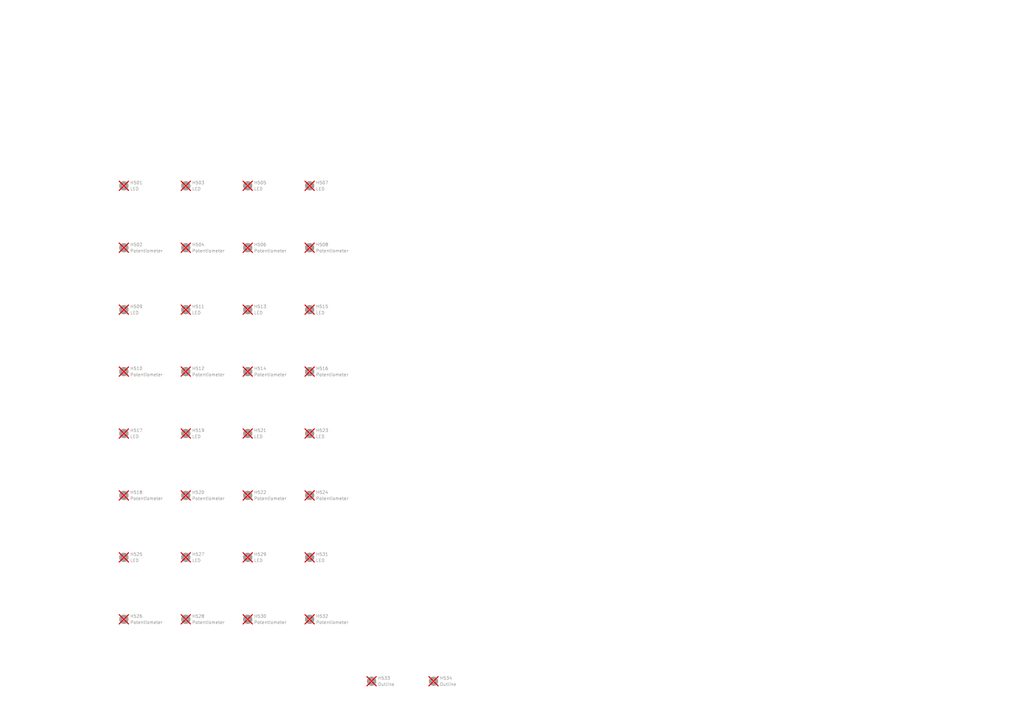
<source format=kicad_sch>
(kicad_sch (version 20231120) (generator "eeschema") (generator_version "8.0")
  (paper "A3")
  (lib_symbols
    (symbol "Mechanical:MountingHole" (pin_names (offset 1.016)) (exclude_from_sim yes) (in_bom no)
      (property "Reference" "H" (at 0 5.08 0))
      (property "Value" "MountingHole" (at 0 3.175 0))
      (symbol "MountingHole_0_1"
        (circle (center 0 0) (radius 1.27) (stroke (width 1.27)))
      )
    )
  )
  (symbol (lib_id "Mechanical:MountingHole") (at 76.2 127 0) (unit 1) (exclude_from_sim yes) (in_bom no) (dnp yes)
    (property "Reference" "H511" (at 78.74 125.7299 0) (effects (justify left)))
    (property "Value" "LED" (at 78.74 128.2699 0) (effects (justify left)))
    (property "Footprint" "suku_basics:FP_LED" (effects (hide yes)))
    (property "Description" "Mounting Hole without connection" (effects (hide yes)))
  )
  (symbol (lib_id "Mechanical:MountingHole") (at 76.2 177.8 0) (unit 1) (exclude_from_sim yes) (in_bom no) (dnp yes)
    (property "Reference" "H519" (at 78.74 176.5299 0) (effects (justify left)))
    (property "Value" "LED" (at 78.74 179.0699 0) (effects (justify left)))
    (property "Footprint" "suku_basics:FP_LED" (effects (hide yes)))
    (property "Description" "Mounting Hole without connection" (effects (hide yes)))
  )
  (symbol (lib_id "Mechanical:MountingHole") (at 50.8 203.2 0) (unit 1) (exclude_from_sim yes) (in_bom no) (dnp yes)
    (property "Reference" "H518" (at 53.34 201.9299 0) (effects (justify left)))
    (property "Value" "Potentiometer" (at 53.34 204.4699 0) (effects (justify left)))
    (property "Footprint" "suku_basics:FP_POTENTIOMETER" (effects (hide yes)))
    (property "Description" "Mounting Hole without connection" (effects (hide yes)))
  )
  (symbol (lib_id "Mechanical:MountingHole") (at 101.6 203.2 0) (unit 1) (exclude_from_sim yes) (in_bom no) (dnp yes)
    (property "Reference" "H522" (at 104.14 201.9299 0) (effects (justify left)))
    (property "Value" "Potentiometer" (at 104.14 204.4699 0) (effects (justify left)))
    (property "Footprint" "suku_basics:FP_POTENTIOMETER" (effects (hide yes)))
    (property "Description" "Mounting Hole without connection" (effects (hide yes)))
  )
  (symbol (lib_id "Mechanical:MountingHole") (at 50.8 228.6 0) (unit 1) (exclude_from_sim yes) (in_bom no) (dnp yes)
    (property "Reference" "H525" (at 53.34 227.3299 0) (effects (justify left)))
    (property "Value" "LED" (at 53.34 229.8699 0) (effects (justify left)))
    (property "Footprint" "suku_basics:FP_LED" (effects (hide yes)))
    (property "Description" "Mounting Hole without connection" (effects (hide yes)))
  )
  (symbol (lib_id "Mechanical:MountingHole") (at 127 203.2 0) (unit 1) (exclude_from_sim yes) (in_bom no) (dnp yes)
    (property "Reference" "H524" (at 129.54 201.9299 0) (effects (justify left)))
    (property "Value" "Potentiometer" (at 129.54 204.4699 0) (effects (justify left)))
    (property "Footprint" "suku_basics:FP_POTENTIOMETER" (effects (hide yes)))
    (property "Description" "Mounting Hole without connection" (effects (hide yes)))
  )
  (symbol (lib_id "Mechanical:MountingHole") (at 50.8 152.4 0) (unit 1) (exclude_from_sim yes) (in_bom no) (dnp yes)
    (property "Reference" "H510" (at 53.34 151.1299 0) (effects (justify left)))
    (property "Value" "Potentiometer" (at 53.34 153.6699 0) (effects (justify left)))
    (property "Footprint" "suku_basics:FP_POTENTIOMETER" (effects (hide yes)))
    (property "Description" "Mounting Hole without connection" (effects (hide yes)))
  )
  (symbol (lib_id "Mechanical:MountingHole") (at 127 101.6 0) (unit 1) (exclude_from_sim yes) (in_bom no) (dnp yes)
    (property "Reference" "H508" (at 129.54 100.3299 0) (effects (justify left)))
    (property "Value" "Potentiometer" (at 129.54 102.8699 0) (effects (justify left)))
    (property "Footprint" "suku_basics:FP_POTENTIOMETER" (effects (hide yes)))
    (property "Description" "Mounting Hole without connection" (effects (hide yes)))
  )
  (symbol (lib_id "Mechanical:MountingHole") (at 127 228.6 0) (unit 1) (exclude_from_sim yes) (in_bom no) (dnp yes)
    (property "Reference" "H531" (at 129.54 227.3299 0) (effects (justify left)))
    (property "Value" "LED" (at 129.54 229.8699 0) (effects (justify left)))
    (property "Footprint" "suku_basics:FP_LED" (effects (hide yes)))
    (property "Description" "Mounting Hole without connection" (effects (hide yes)))
  )
  (symbol (lib_id "Mechanical:MountingHole") (at 101.6 177.8 0) (unit 1) (exclude_from_sim yes) (in_bom no) (dnp yes)
    (property "Reference" "H521" (at 104.14 176.5299 0) (effects (justify left)))
    (property "Value" "LED" (at 104.14 179.0699 0) (effects (justify left)))
    (property "Footprint" "suku_basics:FP_LED" (effects (hide yes)))
    (property "Description" "Mounting Hole without connection" (effects (hide yes)))
  )
  (symbol (lib_id "Mechanical:MountingHole") (at 76.2 228.6 0) (unit 1) (exclude_from_sim yes) (in_bom no) (dnp yes)
    (property "Reference" "H527" (at 78.74 227.3299 0) (effects (justify left)))
    (property "Value" "LED" (at 78.74 229.8699 0) (effects (justify left)))
    (property "Footprint" "suku_basics:FP_LED" (effects (hide yes)))
    (property "Description" "Mounting Hole without connection" (effects (hide yes)))
  )
  (symbol (lib_id "Mechanical:MountingHole") (at 50.8 127 0) (unit 1) (exclude_from_sim yes) (in_bom no) (dnp yes)
    (property "Reference" "H509" (at 53.34 125.7299 0) (effects (justify left)))
    (property "Value" "LED" (at 53.34 128.2699 0) (effects (justify left)))
    (property "Footprint" "suku_basics:FP_LED" (effects (hide yes)))
    (property "Description" "Mounting Hole without connection" (effects (hide yes)))
  )
  (symbol (lib_id "Mechanical:MountingHole") (at 127 127 0) (unit 1) (exclude_from_sim yes) (in_bom no) (dnp yes)
    (property "Reference" "H515" (at 129.54 125.7299 0) (effects (justify left)))
    (property "Value" "LED" (at 129.54 128.2699 0) (effects (justify left)))
    (property "Footprint" "suku_basics:FP_LED" (effects (hide yes)))
    (property "Description" "Mounting Hole without connection" (effects (hide yes)))
  )
  (symbol (lib_id "Mechanical:MountingHole") (at 152.4 279.4 0) (unit 1) (exclude_from_sim yes) (in_bom no) (dnp yes)
    (property "Reference" "H533" (at 154.94 278.1299 0) (effects (justify left)))
    (property "Value" "Outline" (at 154.94 280.6699 0) (effects (justify left)))
    (property "Footprint" "suku_basics:FP_OUTLINE_2" (effects (hide yes)))
    (property "Description" "Mounting Hole without connection" (effects (hide yes)))
  )
  (symbol (lib_id "Mechanical:MountingHole") (at 101.6 127 0) (unit 1) (exclude_from_sim yes) (in_bom no) (dnp yes)
    (property "Reference" "H513" (at 104.14 125.7299 0) (effects (justify left)))
    (property "Value" "LED" (at 104.14 128.2699 0) (effects (justify left)))
    (property "Footprint" "suku_basics:FP_LED" (effects (hide yes)))
    (property "Description" "Mounting Hole without connection" (effects (hide yes)))
  )
  (symbol (lib_id "Mechanical:MountingHole") (at 50.8 101.6 0) (unit 1) (exclude_from_sim yes) (in_bom no) (dnp yes)
    (property "Reference" "H502" (at 53.34 100.3299 0) (effects (justify left)))
    (property "Value" "Potentiometer" (at 53.34 102.8699 0) (effects (justify left)))
    (property "Footprint" "suku_basics:FP_POTENTIOMETER" (effects (hide yes)))
    (property "Description" "Mounting Hole without connection" (effects (hide yes)))
  )
  (symbol (lib_id "Mechanical:MountingHole") (at 76.2 101.6 0) (unit 1) (exclude_from_sim yes) (in_bom no) (dnp yes)
    (property "Reference" "H504" (at 78.74 100.3299 0) (effects (justify left)))
    (property "Value" "Potentiometer" (at 78.74 102.8699 0) (effects (justify left)))
    (property "Footprint" "suku_basics:FP_POTENTIOMETER" (effects (hide yes)))
    (property "Description" "Mounting Hole without connection" (effects (hide yes)))
  )
  (symbol (lib_id "Mechanical:MountingHole") (at 101.6 101.6 0) (unit 1) (exclude_from_sim yes) (in_bom no) (dnp yes)
    (property "Reference" "H506" (at 104.14 100.3299 0) (effects (justify left)))
    (property "Value" "Potentiometer" (at 104.14 102.8699 0) (effects (justify left)))
    (property "Footprint" "suku_basics:FP_POTENTIOMETER" (effects (hide yes)))
    (property "Description" "Mounting Hole without connection" (effects (hide yes)))
  )
  (symbol (lib_id "Mechanical:MountingHole") (at 127 254 0) (unit 1) (exclude_from_sim yes) (in_bom no) (dnp yes)
    (property "Reference" "H532" (at 129.54 252.7299 0) (effects (justify left)))
    (property "Value" "Potentiometer" (at 129.54 255.2699 0) (effects (justify left)))
    (property "Footprint" "suku_basics:FP_POTENTIOMETER" (effects (hide yes)))
    (property "Description" "Mounting Hole without connection" (effects (hide yes)))
  )
  (symbol (lib_id "Mechanical:MountingHole") (at 76.2 254 0) (unit 1) (exclude_from_sim yes) (in_bom no) (dnp yes)
    (property "Reference" "H528" (at 78.74 252.7299 0) (effects (justify left)))
    (property "Value" "Potentiometer" (at 78.74 255.2699 0) (effects (justify left)))
    (property "Footprint" "suku_basics:FP_POTENTIOMETER" (effects (hide yes)))
    (property "Description" "Mounting Hole without connection" (effects (hide yes)))
  )
  (symbol (lib_id "Mechanical:MountingHole") (at 101.6 152.4 0) (unit 1) (exclude_from_sim yes) (in_bom no) (dnp yes)
    (property "Reference" "H514" (at 104.14 151.1299 0) (effects (justify left)))
    (property "Value" "Potentiometer" (at 104.14 153.6699 0) (effects (justify left)))
    (property "Footprint" "suku_basics:FP_POTENTIOMETER" (effects (hide yes)))
    (property "Description" "Mounting Hole without connection" (effects (hide yes)))
  )
  (symbol (lib_id "Mechanical:MountingHole") (at 101.6 254 0) (unit 1) (exclude_from_sim yes) (in_bom no) (dnp yes)
    (property "Reference" "H530" (at 104.14 252.7299 0) (effects (justify left)))
    (property "Value" "Potentiometer" (at 104.14 255.2699 0) (effects (justify left)))
    (property "Footprint" "suku_basics:FP_POTENTIOMETER" (effects (hide yes)))
    (property "Description" "Mounting Hole without connection" (effects (hide yes)))
  )
  (symbol (lib_id "Mechanical:MountingHole") (at 127 152.4 0) (unit 1) (exclude_from_sim yes) (in_bom no) (dnp yes)
    (property "Reference" "H516" (at 129.54 151.1299 0) (effects (justify left)))
    (property "Value" "Potentiometer" (at 129.54 153.6699 0) (effects (justify left)))
    (property "Footprint" "suku_basics:FP_POTENTIOMETER" (effects (hide yes)))
    (property "Description" "Mounting Hole without connection" (effects (hide yes)))
  )
  (symbol (lib_id "Mechanical:MountingHole") (at 127 177.8 0) (unit 1) (exclude_from_sim yes) (in_bom no) (dnp yes)
    (property "Reference" "H523" (at 129.54 176.5299 0) (effects (justify left)))
    (property "Value" "LED" (at 129.54 179.0699 0) (effects (justify left)))
    (property "Footprint" "suku_basics:FP_LED" (effects (hide yes)))
    (property "Description" "Mounting Hole without connection" (effects (hide yes)))
  )
  (symbol (lib_id "Mechanical:MountingHole") (at 101.6 76.2 0) (unit 1) (exclude_from_sim yes) (in_bom no) (dnp yes)
    (property "Reference" "H505" (at 104.14 74.9299 0) (effects (justify left)))
    (property "Value" "LED" (at 104.14 77.4699 0) (effects (justify left)))
    (property "Footprint" "suku_basics:FP_LED" (effects (hide yes)))
    (property "Description" "Mounting Hole without connection" (effects (hide yes)))
  )
  (symbol (lib_id "Mechanical:MountingHole") (at 127 76.2 0) (unit 1) (exclude_from_sim yes) (in_bom no) (dnp yes)
    (property "Reference" "H507" (at 129.54 74.9299 0) (effects (justify left)))
    (property "Value" "LED" (at 129.54 77.4699 0) (effects (justify left)))
    (property "Footprint" "suku_basics:FP_LED" (effects (hide yes)))
    (property "Description" "Mounting Hole without connection" (effects (hide yes)))
  )
  (symbol (lib_id "Mechanical:MountingHole") (at 76.2 76.2 0) (unit 1) (exclude_from_sim yes) (in_bom no) (dnp yes)
    (property "Reference" "H503" (at 78.74 74.9299 0) (effects (justify left)))
    (property "Value" "LED" (at 78.74 77.4699 0) (effects (justify left)))
    (property "Footprint" "suku_basics:FP_LED" (effects (hide yes)))
    (property "Description" "Mounting Hole without connection" (effects (hide yes)))
  )
  (symbol (lib_id "Mechanical:MountingHole") (at 101.6 228.6 0) (unit 1) (exclude_from_sim yes) (in_bom no) (dnp yes)
    (property "Reference" "H529" (at 104.14 227.3299 0) (effects (justify left)))
    (property "Value" "LED" (at 104.14 229.8699 0) (effects (justify left)))
    (property "Footprint" "suku_basics:FP_LED" (effects (hide yes)))
    (property "Description" "Mounting Hole without connection" (effects (hide yes)))
  )
  (symbol (lib_id "Mechanical:MountingHole") (at 50.8 254 0) (unit 1) (exclude_from_sim yes) (in_bom no) (dnp yes)
    (property "Reference" "H526" (at 53.34 252.7299 0) (effects (justify left)))
    (property "Value" "Potentiometer" (at 53.34 255.2699 0) (effects (justify left)))
    (property "Footprint" "suku_basics:FP_POTENTIOMETER" (effects (hide yes)))
    (property "Description" "Mounting Hole without connection" (effects (hide yes)))
  )
  (symbol (lib_id "Mechanical:MountingHole") (at 50.8 76.2 0) (unit 1) (exclude_from_sim yes) (in_bom no) (dnp yes)
    (property "Reference" "H501" (at 53.34 74.9299 0) (effects (justify left)))
    (property "Value" "LED" (at 53.34 77.4699 0) (effects (justify left)))
    (property "Footprint" "suku_basics:FP_LED" (effects (hide yes)))
    (property "Description" "Mounting Hole without connection" (effects (hide yes)))
  )
  (symbol (lib_id "Mechanical:MountingHole") (at 76.2 152.4 0) (unit 1) (exclude_from_sim yes) (in_bom no) (dnp yes)
    (property "Reference" "H512" (at 78.74 151.1299 0) (effects (justify left)))
    (property "Value" "Potentiometer" (at 78.74 153.6699 0) (effects (justify left)))
    (property "Footprint" "suku_basics:FP_POTENTIOMETER" (effects (hide yes)))
    (property "Description" "Mounting Hole without connection" (effects (hide yes)))
  )
  (symbol (lib_id "Mechanical:MountingHole") (at 50.8 177.8 0) (unit 1) (exclude_from_sim yes) (in_bom no) (dnp yes)
    (property "Reference" "H517" (at 53.34 176.5299 0) (effects (justify left)))
    (property "Value" "LED" (at 53.34 179.0699 0) (effects (justify left)))
    (property "Footprint" "suku_basics:FP_LED" (effects (hide yes)))
    (property "Description" "Mounting Hole without connection" (effects (hide yes)))
  )
  (symbol (lib_id "Mechanical:MountingHole") (at 177.8 279.4 0) (unit 1) (exclude_from_sim yes) (in_bom no) (dnp yes)
    (property "Reference" "H534" (at 180.34 278.1299 0) (effects (justify left)))
    (property "Value" "Outline" (at 180.34 280.6699 0) (effects (justify left)))
    (property "Footprint" "suku_basics:OSHWA" (effects (hide yes)))
    (property "Description" "Mounting Hole without connection" (effects (hide yes)))
  )
  (symbol (lib_id "Mechanical:MountingHole") (at 76.2 203.2 0) (unit 1) (exclude_from_sim yes) (in_bom no) (dnp yes)
    (property "Reference" "H520" (at 78.74 201.9299 0) (effects (justify left)))
    (property "Value" "Potentiometer" (at 78.74 204.4699 0) (effects (justify left)))
    (property "Footprint" "suku_basics:FP_POTENTIOMETER" (effects (hide yes)))
    (property "Description" "Mounting Hole without connection" (effects (hide yes)))
  )
)
</source>
